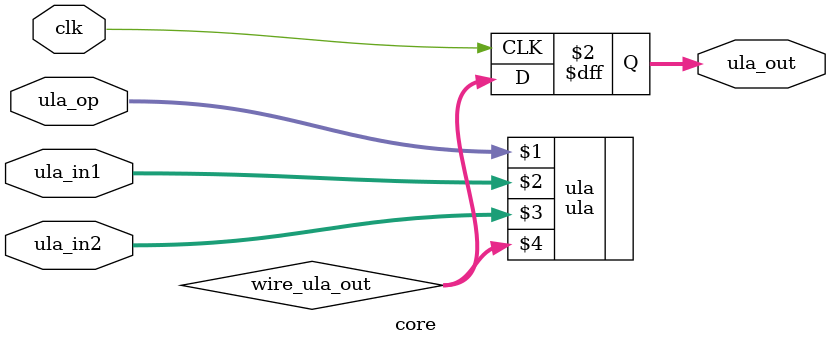
<source format=v>
module core (
	input clk,
	input [1:0] ula_op,
	input [15:0] ula_in1, ula_in2,
	output reg [15:0] ula_out
);

wire [15:0] wire_ula_out;
ula ula(ula_op, ula_in1, ula_in2, wire_ula_out);

//reg [15:0] r_ula_out;

always @ (posedge clk) /*r_ula_out*/ ula_out <= wire_ula_out;

//assign ula_out = r_ula_out;
endmodule 
</source>
